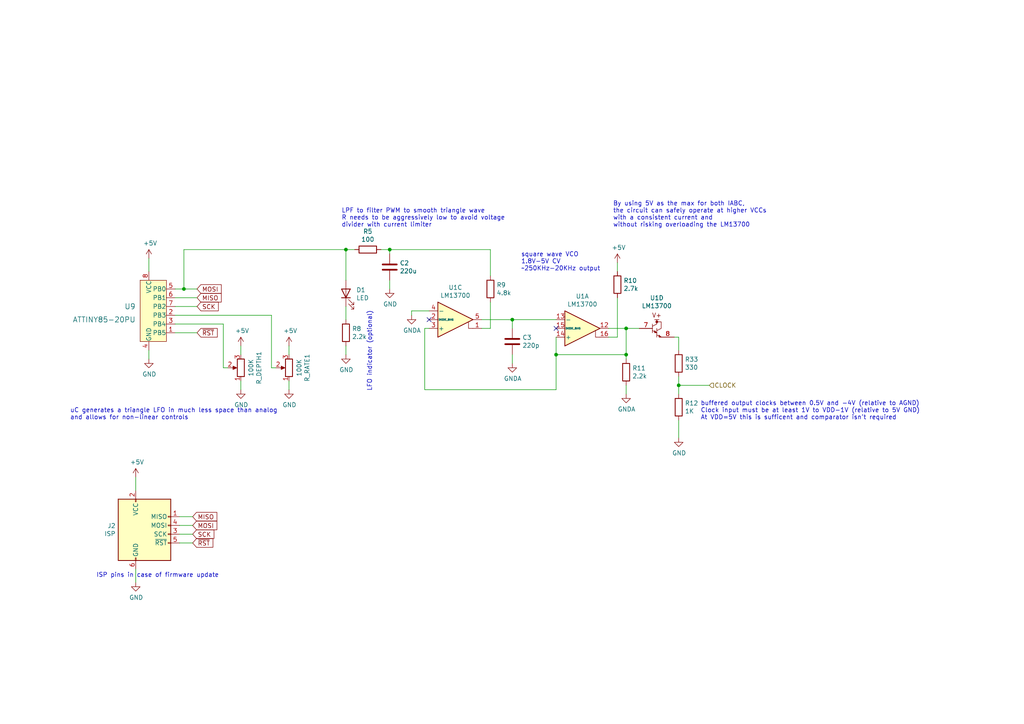
<source format=kicad_sch>
(kicad_sch (version 20211123) (generator eeschema)
  (paper "A4")
  (title_block (company "rabidaudio"))
  (lib_symbols
    (symbol "Amplifier_Operational:LM13700" (pin_names (offset 0.127))
      (property "Reference" "U" (at 3.81 5.08 0))
      (property "Value" "LM13700" (at 5.08 -5.08 0))
      (symbol "LM13700_1_1"
        (polyline (pts (xy 3.81 -0.635) (xy 3.81 -2.54) (xy 5.08 -2.54)))
        (polyline (pts (xy 5.08 0) (xy -5.08 -5.08) (xy -5.08 5.08) (xy 5.08 0)) (stroke (width 0.254)) (fill (type background)))
        (pin output line (at 7.62 0 180) (length 2.54) (name "~") (number "12"))
        (pin input line (at -7.62 2.54 0) (length 2.54) (name "-") (number "13"))
        (pin input line (at -7.62 -2.54 0) (length 2.54) (name "+") (number "14"))
        (pin input line (at -7.62 0 0) (length 2.54) (name "DIODE_BIAS") (number "15"))
        (pin input line (at 7.62 -2.54 180) (length 2.54) (name "~") (number "16"))
      )
      (symbol "LM13700_2_0"
        (polyline (pts (xy -1.905 2.54) (xy -3.175 2.54)))
      )
      (symbol "LM13700_2_1"
        (circle (center -2.54 1.905) (radius 0.254) (stroke (width 0.254)) (fill (type outline)))
        (polyline (pts (xy -3.81 -0.635) (xy -2.54 -1.27)))
        (polyline (pts (xy -3.81 1.27) (xy -3.81 -1.27)))
        (polyline (pts (xy -2.54 -1.905) (xy -1.27 -2.54)))
        (polyline (pts (xy -2.54 0) (xy -2.54 -2.54)))
        (polyline (pts (xy -3.81 0.635) (xy -2.54 1.27) (xy -2.54 1.905) (xy -2.54 2.54)))
        (polyline (pts (xy -2.54 -1.27) (xy -3.175 -0.635) (xy -3.175 -1.27) (xy -2.54 -1.27)) (fill (type outline)))
        (polyline (pts (xy -2.54 -0.635) (xy -1.27 0) (xy -1.27 1.905) (xy -2.54 1.905)))
        (polyline (pts (xy -1.27 -2.54) (xy -1.905 -1.905) (xy -1.905 -2.54) (xy -1.27 -2.54)) (fill (type outline)))
        (text "V+" (at -2.54 3.81 0) (effects (font (size 1.27 1.27))))
        (pin input line (at -7.62 0 0) (length 3.81) (name "~") (number "10"))
        (pin output line (at 2.54 -2.54 180) (length 3.81) (name "~") (number "9"))
      )
      (symbol "LM13700_3_1"
        (polyline (pts (xy 3.81 -0.635) (xy 3.81 -2.54) (xy 5.08 -2.54)))
        (polyline (pts (xy 5.08 0) (xy -5.08 -5.08) (xy -5.08 5.08) (xy 5.08 0)) (stroke (width 0.254)) (fill (type background)))
        (pin input line (at 7.62 -2.54 180) (length 2.54) (name "~") (number "1"))
        (pin input line (at -7.62 0 0) (length 2.54) (name "DIODE_BIAS") (number "2"))
        (pin input line (at -7.62 -2.54 0) (length 2.54) (name "+") (number "3"))
        (pin input line (at -7.62 2.54 0) (length 2.54) (name "-") (number "4"))
        (pin output line (at 7.62 0 180) (length 2.54) (name "~") (number "5"))
      )
      (symbol "LM13700_4_0"
        (polyline (pts (xy -3.175 2.54) (xy -1.905 2.54)))
        (text "V+" (at -2.54 3.81 0) (effects (font (size 1.27 1.27))))
      )
      (symbol "LM13700_4_1"
        (circle (center -2.54 1.905) (radius 0.254) (stroke (width 0.254)) (fill (type outline)))
        (polyline (pts (xy -3.81 -0.635) (xy -2.54 -1.27)))
        (polyline (pts (xy -3.81 1.27) (xy -3.81 -1.27)))
        (polyline (pts (xy -2.54 -1.905) (xy -1.27 -2.54)))
        (polyline (pts (xy -2.54 0) (xy -2.54 -2.54)))
        (polyline (pts (xy -3.81 0.635) (xy -2.54 1.27) (xy -2.54 2.54)))
        (polyline (pts (xy -2.54 -1.27) (xy -3.175 -0.635) (xy -3.175 -1.27) (xy -2.54 -1.27)) (fill (type outline)))
        (polyline (pts (xy -2.54 -0.635) (xy -1.27 0) (xy -1.27 1.905) (xy -2.54 1.905)))
        (polyline (pts (xy -1.27 -2.54) (xy -1.905 -1.905) (xy -1.905 -2.54) (xy -1.27 -2.54)) (fill (type outline)))
        (pin input line (at -7.62 0 0) (length 3.81) (name "~") (number "7"))
        (pin output line (at 2.54 -2.54 180) (length 3.81) (name "~") (number "8"))
      )
      (symbol "LM13700_5_1"
        (pin power_in line (at -2.54 7.62 270) (length 3.81) (name "V+") (number "11"))
        (pin power_in line (at -2.54 -7.62 90) (length 3.81) (name "V-") (number "6"))
      )
    )
    (symbol "Connector:AVR-ISP-6" (pin_names (offset 1.016))
      (property "Reference" "J" (at -6.35 11.43 0))
      (property "Value" "AVR-ISP-6" (at 0 11.43 0))
      (symbol "AVR-ISP-6_0_1"
        (rectangle (start -2.667 -6.858) (end -2.413 -7.62))
        (rectangle (start -2.667 10.16) (end -2.413 9.398))
        (rectangle (start 7.62 -2.413) (end 6.858 -2.667))
        (rectangle (start 7.62 0.127) (end 6.858 -0.127))
        (rectangle (start 7.62 2.667) (end 6.858 2.413))
        (rectangle (start 7.62 5.207) (end 6.858 4.953))
        (rectangle (start 7.62 10.16) (end -7.62 -7.62) (stroke (width 0.254)) (fill (type background)))
      )
      (symbol "AVR-ISP-6_1_1"
        (pin passive line (at 10.16 5.08 180) (length 2.54) (name "MISO") (number "1"))
        (pin passive line (at -2.54 12.7 270) (length 2.54) (name "VCC") (number "2"))
        (pin passive line (at 10.16 0 180) (length 2.54) (name "SCK") (number "3"))
        (pin passive line (at 10.16 2.54 180) (length 2.54) (name "MOSI") (number "4"))
        (pin passive line (at 10.16 -2.54 180) (length 2.54) (name "~{RST}") (number "5"))
        (pin passive line (at -2.54 -10.16 90) (length 2.54) (name "GND") (number "6"))
      )
    )
    (symbol "Device:C" (pin_numbers hide) (pin_names (offset 0.254))
      (property "Reference" "C" (at 0.635 2.54 0))
      (property "Value" "C" (at 0.635 -2.54 0))
      (symbol "C_0_1"
        (polyline (pts (xy -2.032 -0.762) (xy 2.032 -0.762)) (stroke (width 0.508)))
        (polyline (pts (xy -2.032 0.762) (xy 2.032 0.762)) (stroke (width 0.508)))
      )
      (symbol "C_1_1"
        (pin passive line (at 0 3.81 270) (length 2.794) (name "~") (number "1"))
        (pin passive line (at 0 -3.81 90) (length 2.794) (name "~") (number "2"))
      )
    )
    (symbol "Device:LED" (pin_numbers hide) (pin_names (offset 1.016) hide)
      (property "Reference" "D" (at 0 2.54 0))
      (property "Value" "LED" (at 0 -2.54 0))
      (symbol "LED_0_1"
        (polyline (pts (xy -1.27 -1.27) (xy -1.27 1.27)) (stroke (width 0.254)))
        (polyline (pts (xy -1.27 0) (xy 1.27 0)))
        (polyline (pts (xy 1.27 -1.27) (xy 1.27 1.27) (xy -1.27 0) (xy 1.27 -1.27)) (stroke (width 0.254)))
        (polyline (pts (xy -3.048 -0.762) (xy -4.572 -2.286) (xy -3.81 -2.286) (xy -4.572 -2.286) (xy -4.572 -1.524)))
        (polyline (pts (xy -1.778 -0.762) (xy -3.302 -2.286) (xy -2.54 -2.286) (xy -3.302 -2.286) (xy -3.302 -1.524)))
      )
      (symbol "LED_1_1"
        (pin passive line (at -3.81 0 0) (length 2.54) (name "K") (number "1"))
        (pin passive line (at 3.81 0 180) (length 2.54) (name "A") (number "2"))
      )
    )
    (symbol "Device:R" (pin_numbers hide) (pin_names (offset 0))
      (property "Reference" "R" (at 2.032 0 90))
      (property "Value" "R" (at 0 0 90))
      (symbol "R_0_1"
        (rectangle (start -1.016 -2.54) (end 1.016 2.54) (stroke (width 0.254)))
      )
      (symbol "R_1_1"
        (pin passive line (at 0 3.81 270) (length 1.27) (name "~") (number "1"))
        (pin passive line (at 0 -3.81 90) (length 1.27) (name "~") (number "2"))
      )
    )
    (symbol "Device:R_Potentiometer" (pin_names (offset 1.016) hide)
      (property "Reference" "RV" (at -4.445 0 90))
      (property "Value" "R_Potentiometer" (at -2.54 0 90))
      (symbol "R_Potentiometer_0_1"
        (polyline (pts (xy 2.54 0) (xy 1.524 0)))
        (polyline (pts (xy 1.143 0) (xy 2.286 0.508) (xy 2.286 -0.508) (xy 1.143 0)) (fill (type outline)))
        (rectangle (start 1.016 2.54) (end -1.016 -2.54) (stroke (width 0.254)))
      )
      (symbol "R_Potentiometer_1_1"
        (pin passive line (at 0 3.81 270) (length 1.27) (name "1") (number "1"))
        (pin passive line (at 3.81 0 180) (length 1.27) (name "2") (number "2"))
        (pin passive line (at 0 -3.81 90) (length 1.27) (name "3") (number "3"))
      )
    )
    (symbol "dk_Embedded-Microcontrollers:ATTINY85-20PU" (pin_names (offset 0.0254))
      (property "Reference" "U" (at -2.8448 8.636 0))
      (property "Value" "ATTINY85-20PU" (at 3.048 -11.43 0))
      (symbol "ATTINY85-20PU_0_1"
        (rectangle (start -2.54 7.62) (end 5.08 -10.16) (fill (type background)))
      )
      (symbol "ATTINY85-20PU_1_1"
        (pin bidirectional line (at -5.08 -7.62 0) (length 2.54) (name "PB5") (number "1"))
        (pin bidirectional line (at -5.08 -2.54 0) (length 2.54) (name "PB3") (number "2"))
        (pin bidirectional line (at -5.08 -5.08 0) (length 2.54) (name "PB4") (number "3"))
        (pin power_in line (at 2.54 -12.7 90) (length 2.54) (name "GND") (number "4"))
        (pin bidirectional line (at -5.08 5.08 0) (length 2.54) (name "PB0") (number "5"))
        (pin bidirectional line (at -5.08 2.54 0) (length 2.54) (name "PB1") (number "6"))
        (pin bidirectional line (at -5.08 0 0) (length 2.54) (name "PB2") (number "7"))
        (pin power_in line (at 2.54 10.16 270) (length 2.54) (name "VCC") (number "8"))
      )
    )
    (symbol "power:+5V" (power) (pin_names (offset 0))
      (property "Value" "+5V" (at 0 3.556 0))
      (symbol "+5V_0_1"
        (polyline (pts (xy -0.762 1.27) (xy 0 2.54)))
        (polyline (pts (xy 0 0) (xy 0 2.54)))
        (polyline (pts (xy 0 2.54) (xy 0.762 1.27)))
      )
      (symbol "+5V_1_1"
        (pin power_in line (at 0 0 90) (length 0) hide (name "+5V") (number "1"))
      )
    )
    (symbol "power:GND" (power) (pin_names (offset 0))
      (property "Value" "GND" (at 0 -3.81 0))
      (symbol "GND_0_1"
        (polyline (pts (xy 0 0) (xy 0 -1.27) (xy 1.27 -1.27) (xy 0 -2.54) (xy -1.27 -1.27) (xy 0 -1.27)))
      )
      (symbol "GND_1_1"
        (pin power_in line (at 0 0 270) (length 0) hide (name "GND") (number "1"))
      )
    )
    (symbol "power:GNDA" (power) (pin_names (offset 0))
      (property "Value" "GNDA" (at 0 -3.81 0))
      (symbol "GNDA_0_1"
        (polyline (pts (xy 0 0) (xy 0 -1.27) (xy 1.27 -1.27) (xy 0 -2.54) (xy -1.27 -1.27) (xy 0 -1.27)))
      )
      (symbol "GNDA_1_1"
        (pin power_in line (at 0 0 270) (length 0) hide (name "GNDA") (number "1"))
      )
    )
  )
  (junction (at 161.29 102.87))
  (junction (at 113.03 72.39))
  (junction (at 181.61 95.25))
  (junction (at 53.34 83.82))
  (junction (at 100.33 72.39))
  (junction (at 148.59 92.71))
  (junction (at 196.85 111.76))
  (junction (at 181.61 102.87))
  (no_connect (at 124.46 92.71))
  (no_connect (at 161.29 95.25))
  (wire (pts (xy 78.74 106.68) (xy 78.74 91.44)))
  (wire (pts (xy 148.59 92.71) (xy 139.7 92.71)))
  (wire (pts (xy 57.15 86.36) (xy 50.8 86.36)))
  (wire (pts (xy 50.8 88.9) (xy 57.15 88.9)))
  (wire (pts (xy 69.85 100.33) (xy 69.85 102.87)))
  (wire (pts (xy 69.85 113.03) (xy 69.85 110.49)))
  (wire (pts (xy 205.74 111.76) (xy 196.85 111.76)))
  (wire (pts (xy 181.61 111.76) (xy 181.61 114.3)))
  (wire (pts (xy 100.33 102.87) (xy 100.33 100.33)))
  (wire (pts (xy 161.29 97.79) (xy 161.29 102.87)))
  (wire (pts (xy 55.88 152.4) (xy 52.07 152.4)))
  (wire (pts (xy 119.38 91.44) (xy 119.38 90.17)))
  (wire (pts (xy 119.38 90.17) (xy 124.46 90.17)))
  (wire (pts (xy 83.82 100.33) (xy 83.82 102.87)))
  (wire (pts (xy 102.87 72.39) (xy 100.33 72.39)))
  (wire (pts (xy 39.37 138.43) (xy 39.37 142.24)))
  (wire (pts (xy 64.77 106.68) (xy 64.77 93.98)))
  (wire (pts (xy 83.82 113.03) (xy 83.82 110.49)))
  (wire (pts (xy 179.07 86.36) (xy 179.07 97.79)))
  (wire (pts (xy 39.37 168.91) (xy 39.37 165.1)))
  (wire (pts (xy 53.34 83.82) (xy 57.15 83.82)))
  (wire (pts (xy 161.29 92.71) (xy 148.59 92.71)))
  (wire (pts (xy 196.85 127) (xy 196.85 121.92)))
  (wire (pts (xy 113.03 73.66) (xy 113.03 72.39)))
  (wire (pts (xy 50.8 83.82) (xy 53.34 83.82)))
  (wire (pts (xy 100.33 72.39) (xy 100.33 81.28)))
  (wire (pts (xy 195.58 97.79) (xy 196.85 97.79)))
  (wire (pts (xy 43.18 104.14) (xy 43.18 101.6)))
  (wire (pts (xy 78.74 91.44) (xy 50.8 91.44)))
  (wire (pts (xy 57.15 96.52) (xy 50.8 96.52)))
  (wire (pts (xy 142.24 72.39) (xy 142.24 80.01)))
  (wire (pts (xy 148.59 102.87) (xy 148.59 105.41)))
  (wire (pts (xy 196.85 114.3) (xy 196.85 111.76)))
  (wire (pts (xy 142.24 87.63) (xy 142.24 95.25)))
  (wire (pts (xy 55.88 157.48) (xy 52.07 157.48)))
  (wire (pts (xy 179.07 76.2) (xy 179.07 78.74)))
  (wire (pts (xy 124.46 95.25) (xy 123.19 95.25)))
  (wire (pts (xy 52.07 149.86) (xy 55.88 149.86)))
  (wire (pts (xy 181.61 95.25) (xy 176.53 95.25)))
  (wire (pts (xy 53.34 72.39) (xy 100.33 72.39)))
  (wire (pts (xy 53.34 72.39) (xy 53.34 83.82)))
  (wire (pts (xy 113.03 83.82) (xy 113.03 81.28)))
  (wire (pts (xy 181.61 102.87) (xy 161.29 102.87)))
  (wire (pts (xy 43.18 74.93) (xy 43.18 78.74)))
  (wire (pts (xy 148.59 95.25) (xy 148.59 92.71)))
  (wire (pts (xy 110.49 72.39) (xy 113.03 72.39)))
  (wire (pts (xy 123.19 113.03) (xy 161.29 113.03)))
  (wire (pts (xy 181.61 104.14) (xy 181.61 102.87)))
  (wire (pts (xy 161.29 102.87) (xy 161.29 113.03)))
  (wire (pts (xy 66.04 106.68) (xy 64.77 106.68)))
  (wire (pts (xy 100.33 92.71) (xy 100.33 88.9)))
  (wire (pts (xy 181.61 102.87) (xy 181.61 95.25)))
  (wire (pts (xy 123.19 95.25) (xy 123.19 113.03)))
  (wire (pts (xy 179.07 97.79) (xy 176.53 97.79)))
  (wire (pts (xy 196.85 111.76) (xy 196.85 109.22)))
  (wire (pts (xy 185.42 95.25) (xy 181.61 95.25)))
  (wire (pts (xy 113.03 72.39) (xy 142.24 72.39)))
  (wire (pts (xy 196.85 101.6) (xy 196.85 97.79)))
  (wire (pts (xy 55.88 154.94) (xy 52.07 154.94)))
  (wire (pts (xy 64.77 93.98) (xy 50.8 93.98)))
  (wire (pts (xy 142.24 95.25) (xy 139.7 95.25)))
  (wire (pts (xy 80.01 106.68) (xy 78.74 106.68)))
  (text "buffered output clocks between 0.5V and -4V (relative to AGND)\nClock input must be at least 1V to VDD-1V (relative to 5V GND)\nAt VDD=5V this is sufficent and comparator isn’t required" (at 203.2 121.92 0) (effects (font (size 1.27 1.27)) (justify left bottom)))
  (text "uC generates a triangle LFO in much less space than analog\nand allows for non-linear controls" (at 20.32 121.92 0) (effects (font (size 1.27 1.27)) (justify left bottom)))
  (text "LFO indicator (optional)" (at 107.95 90.17 270) (effects (font (size 1.27 1.27)) (justify right bottom)))
  (text "By using 5V as the max for both IABC,\nthe circuit can safely operate at higher VCCs\nwith a consistent current and\nwithout risking overloading the LM13700" (at 177.8 66.04 0) (effects (font (size 1.27 1.27)) (justify left bottom)))
  (text "ISP pins in case of firmware update" (at 27.94 167.64 0) (effects (font (size 1.27 1.27)) (justify left bottom)))
  (text "LPF to filter PWM to smooth triangle wave\nR needs to be aggressively low to avoid voltage\ndivider with current limiter" (at 99.06 66.04 0) (effects (font (size 1.27 1.27)) (justify left bottom)))
  (text "square wave VCO\n1.8V-5V CV\n~250KHz-20KHz output" (at 151.13 78.74 0) (effects (font (size 1.27 1.27)) (justify left bottom)))
  (global_label "SCK" (shape input) (at 55.88 154.94 0) (property "Intersheet References" "${INTERSHEET_REFS}" (effects hide)))
  (global_label "~{RST}" (shape input) (at 57.15 96.52 0) (property "Intersheet References" "${INTERSHEET_REFS}" (effects hide)))
  (global_label "MISO" (shape input) (at 57.15 86.36 0) (property "Intersheet References" "${INTERSHEET_REFS}" (effects hide)))
  (global_label "MOSI" (shape input) (at 57.15 83.82 0) (property "Intersheet References" "${INTERSHEET_REFS}" (effects hide)))
  (global_label "~{RST}" (shape input) (at 55.88 157.48 0) (property "Intersheet References" "${INTERSHEET_REFS}" (effects hide)))
  (global_label "MISO" (shape input) (at 55.88 149.86 0) (property "Intersheet References" "${INTERSHEET_REFS}" (effects hide)))
  (global_label "SCK" (shape input) (at 57.15 88.9 0) (property "Intersheet References" "${INTERSHEET_REFS}" (effects hide)))
  (global_label "MOSI" (shape input) (at 55.88 152.4 0) (property "Intersheet References" "${INTERSHEET_REFS}" (effects hide)))
  (hierarchical_label "CLOCK" (shape input) (at 205.74 111.76 0))
  (symbol (lib_id "power:+5V") (at 179.07 76.2 0) (unit 1)
    (property "Reference" "#PWR0132" (effects hide))
    (property "Value" "+5V" (at 179.451 71.8058 0))
  )
  (symbol (lib_id "power:GND") (at 100.33 102.87 0) (unit 1)
    (property "Reference" "#PWR0138" (effects hide))
    (property "Value" "GND" (at 100.457 107.2642 0))
  )
  (symbol (lib_id "Device:R") (at 196.85 105.41 0) (unit 1)
    (property "Reference" "R33" (at 198.628 104.2416 0) (effects (justify left)))
    (property "Value" "330" (at 198.628 106.553 0) (effects (justify left)))
    (property "Footprint" "kicad-legacy/kicad-footprints/Resistor_THT.pretty:R_Axial_DIN0204_L3.6mm_D1.6mm_P2.54mm_Vertical" (effects hide))
  )
  (symbol (lib_id "power:GND") (at 43.18 104.14 0) (unit 1)
    (property "Reference" "#PWR0113" (effects hide))
    (property "Value" "GND" (at 43.307 108.5342 0))
  )
  (symbol (lib_id "Device:R_Potentiometer") (at 83.82 106.68 180) (unit 1)
    (property "Reference" "R_RATE1" (at 89.0778 106.68 90))
    (property "Value" "100K" (at 86.7664 106.68 90))
    (property "Footprint" "kicad-legacy/kicad-footprints/Potentiometer_THT.pretty:Potentiometer_Alps_RK09K_Single_Vertical" (effects hide))
  )
  (symbol (lib_id "power:GND") (at 83.82 113.03 0) (unit 1)
    (property "Reference" "#PWR0121" (effects hide))
    (property "Value" "GND" (at 83.947 117.4242 0))
  )
  (symbol (lib_id "Device:R_Potentiometer") (at 69.85 106.68 180) (unit 1)
    (property "Reference" "R_DEPTH1" (at 75.1078 106.68 90))
    (property "Value" "100K" (at 72.7964 106.68 90))
    (property "Footprint" "kicad-legacy/kicad-footprints/Potentiometer_THT.pretty:Potentiometer_Alps_RK09K_Single_Vertical" (effects hide))
  )
  (symbol (lib_id "power:GND") (at 69.85 113.03 0) (unit 1)
    (property "Reference" "#PWR0122" (effects hide))
    (property "Value" "GND" (at 69.977 117.4242 0))
  )
  (symbol (lib_id "Connector:AVR-ISP-6") (at 41.91 154.94 0) (unit 1)
    (property "Reference" "J2" (at 33.5534 152.5016 0) (effects (justify right)))
    (property "Value" "ISP" (at 33.5534 154.813 0) (effects (justify right)))
    (property "Footprint" "kicad-official/Connector_PinSocket_2.54mm.pretty:PinSocket_2x03_P2.54mm_Vertical" (effects hide))
    (property "Datasheet" " ~" (effects hide))
  )
  (symbol (lib_id "power:GND") (at 39.37 168.91 0) (unit 1)
    (property "Reference" "#PWR0123" (effects hide))
    (property "Value" "GND" (at 39.497 173.3042 0))
  )
  (symbol (lib_id "power:+5V") (at 39.37 138.43 0) (unit 1)
    (property "Reference" "#PWR0124" (effects hide))
    (property "Value" "+5V" (at 39.751 134.0358 0))
  )
  (symbol (lib_id "power:+5V") (at 43.18 74.93 0) (unit 1)
    (property "Reference" "#PWR0125" (effects hide))
    (property "Value" "+5V" (at 43.561 70.5358 0))
  )
  (symbol (lib_id "power:+5V") (at 69.85 100.33 0) (unit 1)
    (property "Reference" "#PWR0126" (effects hide))
    (property "Value" "+5V" (at 70.231 95.9358 0))
  )
  (symbol (lib_id "power:+5V") (at 83.82 100.33 0) (unit 1)
    (property "Reference" "#PWR0127" (effects hide))
    (property "Value" "+5V" (at 84.201 95.9358 0))
  )
  (symbol (lib_id "Amplifier_Operational:LM13700") (at 168.91 95.25 0) (unit 1)
    (property "Reference" "U1" (at 168.91 85.9282 0))
    (property "Value" "LM13700" (at 168.91 88.2396 0))
    (property "Footprint" "kicad-legacy/kicad-footprints/Package_DIP.pretty:DIP-16_W7.62mm" (effects hide))
    (property "Datasheet" "http://www.ti.com/lit/ds/symlink/lm13700.pdf" (effects hide))
  )
  (symbol (lib_id "Amplifier_Operational:LM13700") (at 132.08 92.71 0) (unit 3)
    (property "Reference" "U1" (at 132.08 83.3882 0))
    (property "Value" "LM13700" (at 132.08 85.6996 0))
    (property "Footprint" "kicad-legacy/kicad-footprints/Package_DIP.pretty:DIP-16_W7.62mm" (effects hide))
    (property "Datasheet" "http://www.ti.com/lit/ds/symlink/lm13700.pdf" (effects hide))
  )
  (symbol (lib_id "power:GNDA") (at 119.38 91.44 0) (unit 1)
    (property "Reference" "#PWR0128" (effects hide))
    (property "Value" "GNDA" (at 119.507 95.8342 0))
  )
  (symbol (lib_id "Device:C") (at 148.59 99.06 0) (unit 1)
    (property "Reference" "C3" (at 151.511 97.8916 0) (effects (justify left)))
    (property "Value" "220p" (at 151.511 100.203 0) (effects (justify left)))
  )
  (symbol (lib_id "power:GNDA") (at 148.59 105.41 0) (unit 1)
    (property "Reference" "#PWR0129" (effects hide))
    (property "Value" "GNDA" (at 148.717 109.8042 0))
  )
  (symbol (lib_id "Device:R") (at 181.61 107.95 0) (unit 1)
    (property "Reference" "R11" (at 183.388 106.7816 0) (effects (justify left)))
    (property "Value" "2.2k" (at 183.388 109.093 0) (effects (justify left)))
    (property "Footprint" "kicad-legacy/kicad-footprints/Resistor_THT.pretty:R_Axial_DIN0204_L3.6mm_D1.6mm_P2.54mm_Vertical" (effects hide))
  )
  (symbol (lib_id "power:GNDA") (at 181.61 114.3 0) (unit 1)
    (property "Reference" "#PWR0130" (effects hide))
    (property "Value" "GNDA" (at 181.737 118.6942 0))
  )
  (symbol (lib_id "Amplifier_Operational:LM13700") (at 193.04 95.25 0) (unit 4)
    (property "Reference" "U1" (at 190.5 86.4108 0))
    (property "Value" "LM13700" (at 190.5 88.7222 0))
    (property "Footprint" "kicad-legacy/kicad-footprints/Package_DIP.pretty:DIP-16_W7.62mm" (effects hide))
    (property "Datasheet" "http://www.ti.com/lit/ds/symlink/lm13700.pdf" (effects hide))
  )
  (symbol (lib_id "Device:R") (at 196.85 118.11 0) (unit 1)
    (property "Reference" "R12" (at 198.628 116.9416 0) (effects (justify left)))
    (property "Value" "1K" (at 198.628 119.253 0) (effects (justify left)))
    (property "Footprint" "kicad-legacy/kicad-footprints/Resistor_THT.pretty:R_Axial_DIN0204_L3.6mm_D1.6mm_P2.54mm_Vertical" (effects hide))
  )
  (symbol (lib_id "power:GND") (at 196.85 127 0) (unit 1)
    (property "Reference" "#PWR0131" (effects hide))
    (property "Value" "GND" (at 196.977 131.3942 0))
  )
  (symbol (lib_id "Device:R") (at 179.07 82.55 0) (unit 1)
    (property "Reference" "R10" (at 180.848 81.3816 0) (effects (justify left)))
    (property "Value" "2.7k" (at 180.848 83.693 0) (effects (justify left)))
    (property "Footprint" "kicad-legacy/kicad-footprints/Resistor_THT.pretty:R_Axial_DIN0204_L3.6mm_D1.6mm_P2.54mm_Vertical" (effects hide))
  )
  (symbol (lib_id "Device:C") (at 113.03 77.47 180) (unit 1)
    (property "Reference" "C2" (at 115.951 76.3016 0) (effects (justify right)))
    (property "Value" "220u" (at 115.951 78.613 0) (effects (justify right)))
  )
  (symbol (lib_id "Device:R") (at 106.68 72.39 270) (unit 1)
    (property "Reference" "R5" (at 106.68 67.1322 90))
    (property "Value" "100" (at 106.68 69.4436 90))
    (property "Footprint" "kicad-legacy/kicad-footprints/Resistor_THT.pretty:R_Axial_DIN0204_L3.6mm_D1.6mm_P2.54mm_Vertical" (effects hide))
  )
  (symbol (lib_id "power:GND") (at 113.03 83.82 0) (unit 1)
    (property "Reference" "#PWR0137" (effects hide))
    (property "Value" "GND" (at 113.157 88.2142 0))
  )
  (symbol (lib_id "Device:R") (at 142.24 83.82 0) (unit 1)
    (property "Reference" "R9" (at 144.018 82.6516 0) (effects (justify left)))
    (property "Value" "4.8k" (at 144.018 84.963 0) (effects (justify left)))
    (property "Footprint" "kicad-legacy/kicad-footprints/Resistor_THT.pretty:R_Axial_DIN0204_L3.6mm_D1.6mm_P2.54mm_Vertical" (effects hide))
  )
  (symbol (lib_id "Device:LED") (at 100.33 85.09 90) (unit 1)
    (property "Reference" "D1" (at 103.3272 84.0994 90) (effects (justify right)))
    (property "Value" "LED" (at 103.3272 86.4108 90) (effects (justify right)))
    (property "Footprint" "kicad-official/LED_THT.pretty:LED_D3.0mm" (effects hide))
  )
  (symbol (lib_id "Device:R") (at 100.33 96.52 0) (unit 1)
    (property "Reference" "R8" (at 102.108 95.3516 0) (effects (justify left)))
    (property "Value" "2.2k" (at 102.108 97.663 0) (effects (justify left)))
    (property "Footprint" "kicad-legacy/kicad-footprints/Resistor_THT.pretty:R_Axial_DIN0204_L3.6mm_D1.6mm_P2.54mm_Vertical" (effects hide))
  )
  (symbol (lib_id "dk_Embedded-Microcontrollers:ATTINY85-20PU") (at 45.72 88.9 0) (mirror y) (unit 1)
    (property "Reference" "U9" (at 39.37 88.9 0) (effects (font (size 1.524 1.524)) (justify left)))
    (property "Value" "ATTINY85-20PU" (at 39.37 92.71 0) (effects (font (size 1.524 1.524)) (justify left)))
    (property "Footprint" "kicad-legacy/Housings_DIP.pretty:DIP-8_W7.62mm" (effects hide))
    (property "Datasheet" "http://www.microchip.com/mymicrochip/filehandler.aspx?ddocname=en589894" (effects hide))
    (property "Digi-Key_PN" "ATTINY85-20PU-ND" (effects hide))
    (property "MPN" "ATTINY85-20PU" (effects hide))
    (property "Category" "Integrated Circuits (ICs)" (effects hide))
    (property "Family" "Embedded - Microcontrollers" (effects hide))
    (property "DK_Datasheet_Link" "http://www.microchip.com/mymicrochip/filehandler.aspx?ddocname=en589894" (effects hide))
    (property "DK_Detail_Page" "/product-detail/en/microchip-technology/ATTINY85-20PU/ATTINY85-20PU-ND/735469" (effects hide))
    (property "Description" "IC MCU 8BIT 8KB FLASH 8DIP" (effects hide))
    (property "Manufacturer" "Microchip Technology" (effects hide))
    (property "Status" "Active" (effects hide))
  )
)
</source>
